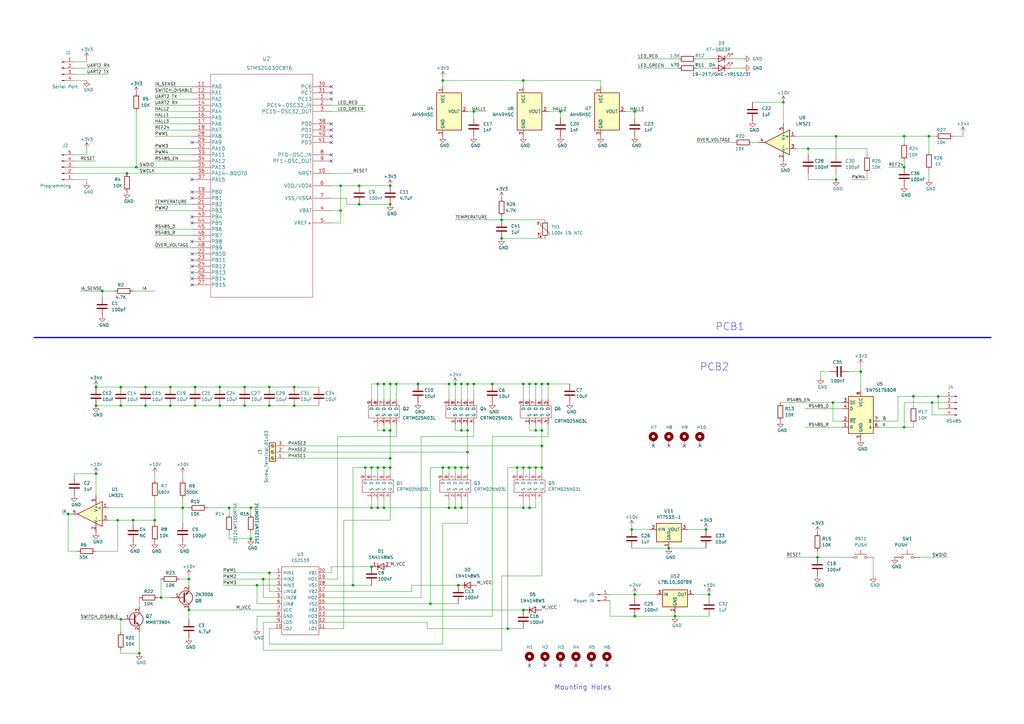
<source format=kicad_sch>
(kicad_sch (version 20230121) (generator eeschema)
  (paper "A3")
  (junction (at 214.63 250.19))
  (junction (at 160.02 191.77))
  (junction (at 59.69 158.75))
  (junction (at 212.09 191.77))
  (junction (at 335.28 228.6))
  (junction (at 49.53 158.75))
  (junction (at 189.23 176.53))
  (junction (at 154.94 191.77))
  (junction (at 229.87 45.72))
  (junction (at 55.88 68.58))
  (junction (at 276.86 252.73))
  (junction (at 189.23 208.28))
  (junction (at 382.27 165.1))
  (junction (at 102.87 208.28))
  (junction (at 160.02 187.96))
  (junction (at 289.56 217.17))
  (junction (at 110.49 166.37))
  (junction (at 370.84 175.26))
  (junction (at 69.85 166.37))
  (junction (at 201.93 157.48))
  (junction (at 147.32 76.2))
  (junction (at 222.25 191.77))
  (junction (at 341.63 165.1))
  (junction (at 139.7 86.36))
  (junction (at 222.25 157.48))
  (junction (at 224.79 157.48))
  (junction (at 52.07 71.12))
  (junction (at 222.25 182.88))
  (junction (at 49.53 254))
  (junction (at 162.56 157.48))
  (junction (at 214.63 157.48))
  (junction (at 370.84 55.88))
  (junction (at 102.87 220.98))
  (junction (at 152.4 232.41))
  (junction (at 217.17 191.77))
  (junction (at 191.77 157.48))
  (junction (at 260.35 252.73))
  (junction (at 49.53 166.37))
  (junction (at 54.61 213.36))
  (junction (at 157.48 208.28))
  (junction (at 181.61 191.77))
  (junction (at 157.48 157.48))
  (junction (at 191.77 185.42))
  (junction (at 342.9 73.66))
  (junction (at 105.41 240.03))
  (junction (at 139.7 76.2))
  (junction (at 374.65 162.56))
  (junction (at 160.02 76.2))
  (junction (at 321.31 41.91))
  (junction (at 152.4 191.77))
  (junction (at 205.74 97.79))
  (junction (at 184.15 208.28))
  (junction (at 189.23 191.77))
  (junction (at 194.31 157.48))
  (junction (at 222.25 176.53))
  (junction (at 77.47 237.49))
  (junction (at 219.71 157.48))
  (junction (at 260.35 243.84))
  (junction (at 184.15 191.77))
  (junction (at 39.37 166.37))
  (junction (at 189.23 157.48))
  (junction (at 39.37 194.31))
  (junction (at 77.47 250.19))
  (junction (at 41.91 119.38))
  (junction (at 80.01 166.37))
  (junction (at 144.78 240.03))
  (junction (at 160.02 83.82))
  (junction (at 384.81 162.56))
  (junction (at 342.9 55.88))
  (junction (at 160.02 157.48))
  (junction (at 152.4 208.28))
  (junction (at 187.96 240.03))
  (junction (at 181.61 33.02))
  (junction (at 331.47 60.96))
  (junction (at 80.01 158.75))
  (junction (at 154.94 157.48))
  (junction (at 63.5 213.36))
  (junction (at 69.85 158.75))
  (junction (at 149.86 191.77))
  (junction (at 194.31 45.72))
  (junction (at 120.65 166.37))
  (junction (at 186.69 208.28))
  (junction (at 57.15 267.97))
  (junction (at 120.65 158.75))
  (junction (at 184.15 157.48))
  (junction (at 214.63 191.77))
  (junction (at 59.69 166.37))
  (junction (at 381 55.88))
  (junction (at 157.48 176.53))
  (junction (at 160.02 176.53))
  (junction (at 205.74 90.17))
  (junction (at 110.49 234.95))
  (junction (at 217.17 157.48))
  (junction (at 191.77 176.53))
  (junction (at 147.32 83.82))
  (junction (at 191.77 191.77))
  (junction (at 214.63 33.02))
  (junction (at 157.48 191.77))
  (junction (at 219.71 191.77))
  (junction (at 208.28 257.81))
  (junction (at 154.94 208.28))
  (junction (at 186.69 157.48))
  (junction (at 290.83 243.84))
  (junction (at 370.84 68.58))
  (junction (at 353.06 152.4))
  (junction (at 110.49 158.75))
  (junction (at 219.71 176.53))
  (junction (at 274.32 224.79))
  (junction (at 100.33 158.75))
  (junction (at 66.04 245.11))
  (junction (at 90.17 158.75))
  (junction (at 186.69 191.77))
  (junction (at 217.17 208.28))
  (junction (at 39.37 158.75))
  (junction (at 176.53 247.65))
  (junction (at 100.33 166.37))
  (junction (at 48.26 213.36))
  (junction (at 214.63 208.28))
  (junction (at 259.08 217.17))
  (junction (at 260.35 45.72))
  (junction (at 74.93 208.28))
  (junction (at 27.94 210.82))
  (junction (at 171.45 157.48))
  (junction (at 90.17 166.37))
  (junction (at 93.98 208.28))
  (junction (at 107.95 237.49))
  (no_connect (at 78.74 58.42))
  (no_connect (at 217.17 273.05))
  (no_connect (at 78.74 109.22))
  (no_connect (at 248.92 273.05))
  (no_connect (at 135.89 55.88))
  (no_connect (at 135.89 38.1))
  (no_connect (at 78.74 91.44))
  (no_connect (at 274.32 182.88))
  (no_connect (at 135.89 66.04))
  (no_connect (at 78.74 106.68))
  (no_connect (at 135.89 40.64))
  (no_connect (at 236.22 273.05))
  (no_connect (at 135.89 58.42))
  (no_connect (at 135.89 53.34))
  (no_connect (at 280.67 182.88))
  (no_connect (at 78.74 99.06))
  (no_connect (at 267.97 182.88))
  (no_connect (at 78.74 111.76))
  (no_connect (at 287.02 182.88))
  (no_connect (at 78.74 114.3))
  (no_connect (at 78.74 73.66))
  (no_connect (at 229.87 273.05))
  (no_connect (at 78.74 78.74))
  (no_connect (at 78.74 88.9))
  (no_connect (at 135.89 50.8))
  (no_connect (at 78.74 81.28))
  (no_connect (at 135.89 35.56))
  (no_connect (at 223.52 273.05))
  (no_connect (at 78.74 116.84))
  (no_connect (at 135.89 63.5))
  (no_connect (at 78.74 104.14))
  (no_connect (at 242.57 273.05))
  (wire (pts (xy 69.85 166.37) (xy 80.01 166.37)))
  (wire (pts (xy 374.65 173.99) (xy 374.65 175.26)))
  (wire (pts (xy 191.77 45.72) (xy 194.31 45.72)))
  (wire (pts (xy 394.97 55.88) (xy 391.16 55.88)))
  (wire (pts (xy 154.94 157.48) (xy 154.94 163.83)))
  (wire (pts (xy 320.04 165.1) (xy 341.63 165.1)))
  (wire (pts (xy 331.47 60.96) (xy 355.6 60.96)))
  (wire (pts (xy 285.75 58.42) (xy 300.99 58.42)))
  (wire (pts (xy 299.72 24.13) (xy 304.8 24.13)))
  (wire (pts (xy 30.48 68.58) (xy 55.88 68.58)))
  (wire (pts (xy 90.17 158.75) (xy 100.33 158.75)))
  (wire (pts (xy 349.25 73.66) (xy 355.6 73.66)))
  (wire (pts (xy 160.02 176.53) (xy 160.02 187.96)))
  (wire (pts (xy 186.69 204.47) (xy 186.69 208.28)))
  (wire (pts (xy 260.35 45.72) (xy 264.16 45.72)))
  (wire (pts (xy 191.77 157.48) (xy 194.31 157.48)))
  (wire (pts (xy 160.02 157.48) (xy 162.56 157.48)))
  (wire (pts (xy 80.01 158.75) (xy 90.17 158.75)))
  (wire (pts (xy 135.89 43.18) (xy 149.86 43.18)))
  (wire (pts (xy 74.93 204.47) (xy 74.93 208.28)))
  (wire (pts (xy 217.17 208.28) (xy 219.71 208.28)))
  (wire (pts (xy 154.94 204.47) (xy 154.94 208.28)))
  (wire (pts (xy 336.55 152.4) (xy 336.55 154.94)))
  (wire (pts (xy 186.69 191.77) (xy 189.23 191.77)))
  (wire (pts (xy 59.69 158.75) (xy 69.85 158.75)))
  (wire (pts (xy 335.28 228.6) (xy 347.98 228.6)))
  (wire (pts (xy 107.95 266.7) (xy 107.95 255.27)))
  (wire (pts (xy 342.9 73.66) (xy 342.9 71.12)))
  (wire (pts (xy 33.02 254) (xy 49.53 254)))
  (wire (pts (xy 133.35 242.57) (xy 168.91 242.57)))
  (wire (pts (xy 74.93 208.28) (xy 74.93 214.63)))
  (wire (pts (xy 205.74 266.7) (xy 107.95 266.7)))
  (wire (pts (xy 138.43 237.49) (xy 133.35 237.49)))
  (wire (pts (xy 222.25 157.48) (xy 224.79 157.48)))
  (wire (pts (xy 194.31 157.48) (xy 201.93 157.48)))
  (wire (pts (xy 110.49 166.37) (xy 120.65 166.37)))
  (wire (pts (xy 360.68 175.26) (xy 370.84 175.26)))
  (wire (pts (xy 30.48 30.48) (xy 44.45 30.48)))
  (wire (pts (xy 107.95 255.27) (xy 113.03 255.27)))
  (wire (pts (xy 52.07 71.12) (xy 78.74 71.12)))
  (wire (pts (xy 30.48 63.5) (xy 35.56 63.5)))
  (wire (pts (xy 63.5 48.26) (xy 78.74 48.26)))
  (wire (pts (xy 260.35 243.84) (xy 260.35 245.11)))
  (wire (pts (xy 54.61 213.36) (xy 48.26 213.36)))
  (wire (pts (xy 93.98 208.28) (xy 102.87 208.28)))
  (wire (pts (xy 140.97 213.36) (xy 160.02 213.36)))
  (wire (pts (xy 189.23 173.99) (xy 189.23 176.53)))
  (wire (pts (xy 91.44 237.49) (xy 107.95 237.49)))
  (wire (pts (xy 91.44 240.03) (xy 105.41 240.03)))
  (wire (pts (xy 246.38 35.56) (xy 246.38 33.02)))
  (wire (pts (xy 63.5 43.18) (xy 78.74 43.18)))
  (wire (pts (xy 360.68 172.72) (xy 368.3 172.72)))
  (wire (pts (xy 184.15 204.47) (xy 184.15 208.28)))
  (wire (pts (xy 214.63 157.48) (xy 214.63 163.83)))
  (wire (pts (xy 229.87 45.72) (xy 229.87 48.26)))
  (wire (pts (xy 63.5 101.6) (xy 78.74 101.6)))
  (wire (pts (xy 184.15 157.48) (xy 184.15 163.83)))
  (wire (pts (xy 30.48 195.58) (xy 30.48 194.31)))
  (wire (pts (xy 256.54 45.72) (xy 260.35 45.72)))
  (wire (pts (xy 59.69 166.37) (xy 69.85 166.37)))
  (wire (pts (xy 181.61 194.31) (xy 181.61 191.77)))
  (wire (pts (xy 331.47 60.96) (xy 331.47 63.5)))
  (wire (pts (xy 189.23 208.28) (xy 214.63 208.28)))
  (wire (pts (xy 168.91 240.03) (xy 187.96 240.03)))
  (wire (pts (xy 186.69 157.48) (xy 189.23 157.48)))
  (wire (pts (xy 381 69.85) (xy 381 73.66)))
  (wire (pts (xy 345.44 165.1) (xy 341.63 165.1)))
  (wire (pts (xy 116.84 182.88) (xy 222.25 182.88)))
  (wire (pts (xy 285.75 24.13) (xy 292.1 24.13)))
  (wire (pts (xy 144.78 71.12) (xy 135.89 71.12)))
  (wire (pts (xy 276.86 252.73) (xy 290.83 252.73)))
  (wire (pts (xy 205.74 90.17) (xy 223.52 90.17)))
  (wire (pts (xy 133.35 255.27) (xy 175.26 255.27)))
  (wire (pts (xy 381 55.88) (xy 381 62.23)))
  (wire (pts (xy 54.61 213.36) (xy 54.61 214.63)))
  (wire (pts (xy 171.45 157.48) (xy 184.15 157.48)))
  (wire (pts (xy 299.72 27.94) (xy 304.8 27.94)))
  (wire (pts (xy 162.56 179.07) (xy 162.56 173.99)))
  (wire (pts (xy 152.4 191.77) (xy 152.4 194.31)))
  (wire (pts (xy 152.4 157.48) (xy 154.94 157.48)))
  (wire (pts (xy 100.33 158.75) (xy 110.49 158.75)))
  (wire (pts (xy 93.98 208.28) (xy 93.98 210.82)))
  (wire (pts (xy 133.35 257.81) (xy 140.97 257.81)))
  (wire (pts (xy 66.04 245.11) (xy 69.85 245.11)))
  (wire (pts (xy 374.65 162.56) (xy 374.65 166.37)))
  (wire (pts (xy 63.5 40.64) (xy 78.74 40.64)))
  (wire (pts (xy 154.94 191.77) (xy 154.94 194.31)))
  (wire (pts (xy 330.2 175.26) (xy 345.44 175.26)))
  (wire (pts (xy 382.27 165.1) (xy 387.35 165.1)))
  (wire (pts (xy 63.5 204.47) (xy 63.5 213.36)))
  (wire (pts (xy 194.31 179.07) (xy 194.31 173.99)))
  (wire (pts (xy 160.02 213.36) (xy 160.02 204.47)))
  (wire (pts (xy 331.47 71.12) (xy 331.47 73.66)))
  (wire (pts (xy 184.15 157.48) (xy 186.69 157.48)))
  (wire (pts (xy 160.02 191.77) (xy 160.02 194.31)))
  (wire (pts (xy 66.04 237.49) (xy 66.04 245.11)))
  (wire (pts (xy 353.06 152.4) (xy 353.06 160.02)))
  (wire (pts (xy 186.69 173.99) (xy 186.69 176.53)))
  (wire (pts (xy 135.89 86.36) (xy 139.7 86.36)))
  (wire (pts (xy 172.72 179.07) (xy 172.72 245.11)))
  (wire (pts (xy 30.48 25.4) (xy 35.56 25.4)))
  (wire (pts (xy 370.84 165.1) (xy 382.27 165.1)))
  (wire (pts (xy 168.91 242.57) (xy 168.91 240.03)))
  (wire (pts (xy 214.63 157.48) (xy 217.17 157.48)))
  (wire (pts (xy 41.91 119.38) (xy 41.91 121.92)))
  (wire (pts (xy 205.74 97.79) (xy 223.52 97.79)))
  (wire (pts (xy 30.48 33.02) (xy 35.56 33.02)))
  (wire (pts (xy 157.48 157.48) (xy 160.02 157.48)))
  (wire (pts (xy 39.37 158.75) (xy 49.53 158.75)))
  (wire (pts (xy 189.23 191.77) (xy 191.77 191.77)))
  (wire (pts (xy 110.49 264.16) (xy 181.61 264.16)))
  (wire (pts (xy 91.44 234.95) (xy 110.49 234.95)))
  (wire (pts (xy 224.79 157.48) (xy 224.79 163.83)))
  (wire (pts (xy 162.56 157.48) (xy 171.45 157.48)))
  (wire (pts (xy 259.08 215.9) (xy 259.08 217.17)))
  (wire (pts (xy 144.78 240.03) (xy 152.4 240.03)))
  (wire (pts (xy 217.17 157.48) (xy 217.17 163.83)))
  (wire (pts (xy 63.5 96.52) (xy 78.74 96.52)))
  (wire (pts (xy 133.35 240.03) (xy 144.78 240.03)))
  (wire (pts (xy 341.63 172.72) (xy 345.44 172.72)))
  (wire (pts (xy 189.23 157.48) (xy 189.23 163.83)))
  (wire (pts (xy 201.93 179.07) (xy 224.79 179.07)))
  (wire (pts (xy 353.06 149.86) (xy 353.06 152.4)))
  (wire (pts (xy 100.33 166.37) (xy 110.49 166.37)))
  (wire (pts (xy 160.02 163.83) (xy 160.02 157.48)))
  (wire (pts (xy 144.78 191.77) (xy 144.78 240.03)))
  (wire (pts (xy 63.5 66.04) (xy 78.74 66.04)))
  (wire (pts (xy 55.88 45.72) (xy 55.88 68.58)))
  (wire (pts (xy 63.5 55.88) (xy 78.74 55.88)))
  (wire (pts (xy 326.39 55.88) (xy 342.9 55.88)))
  (wire (pts (xy 77.47 250.19) (xy 113.03 250.19)))
  (wire (pts (xy 74.93 208.28) (xy 77.47 208.28)))
  (wire (pts (xy 77.47 236.22) (xy 77.47 237.49)))
  (wire (pts (xy 335.28 226.06) (xy 335.28 228.6)))
  (wire (pts (xy 269.24 243.84) (xy 260.35 243.84)))
  (wire (pts (xy 370.84 175.26) (xy 370.84 165.1)))
  (wire (pts (xy 229.87 45.72) (xy 232.41 45.72)))
  (wire (pts (xy 259.08 217.17) (xy 266.7 217.17)))
  (wire (pts (xy 222.25 191.77) (xy 222.25 194.31)))
  (wire (pts (xy 205.74 88.9) (xy 205.74 90.17)))
  (wire (pts (xy 342.9 63.5) (xy 342.9 55.88)))
  (wire (pts (xy 191.77 185.42) (xy 191.77 191.77)))
  (wire (pts (xy 69.85 158.75) (xy 80.01 158.75)))
  (wire (pts (xy 35.56 73.66) (xy 35.56 74.93)))
  (wire (pts (xy 27.94 226.06) (xy 27.94 210.82)))
  (wire (pts (xy 157.48 157.48) (xy 157.48 163.83)))
  (wire (pts (xy 250.19 243.84) (xy 260.35 243.84)))
  (wire (pts (xy 368.3 162.56) (xy 374.65 162.56)))
  (wire (pts (xy 152.4 208.28) (xy 154.94 208.28)))
  (wire (pts (xy 214.63 208.28) (xy 217.17 208.28)))
  (wire (pts (xy 381 55.88) (xy 383.54 55.88)))
  (wire (pts (xy 142.24 83.82) (xy 147.32 83.82)))
  (wire (pts (xy 44.45 208.28) (xy 74.93 208.28)))
  (wire (pts (xy 107.95 245.11) (xy 107.95 237.49)))
  (wire (pts (xy 347.98 152.4) (xy 353.06 152.4)))
  (wire (pts (xy 194.31 157.48) (xy 194.31 163.83)))
  (wire (pts (xy 217.17 176.53) (xy 219.71 176.53)))
  (wire (pts (xy 57.15 259.08) (xy 57.15 267.97)))
  (wire (pts (xy 191.77 157.48) (xy 191.77 163.83)))
  (wire (pts (xy 138.43 237.49) (xy 138.43 179.07)))
  (wire (pts (xy 186.69 208.28) (xy 189.23 208.28)))
  (wire (pts (xy 107.95 237.49) (xy 113.03 237.49)))
  (wire (pts (xy 152.4 191.77) (xy 154.94 191.77)))
  (wire (pts (xy 217.17 173.99) (xy 217.17 176.53)))
  (wire (pts (xy 135.89 81.28) (xy 142.24 81.28)))
  (wire (pts (xy 116.84 187.96) (xy 160.02 187.96)))
  (wire (pts (xy 387.35 167.64) (xy 384.81 167.64)))
  (wire (pts (xy 63.5 93.98) (xy 78.74 93.98)))
  (wire (pts (xy 30.48 66.04) (xy 39.37 66.04)))
  (wire (pts (xy 186.69 191.77) (xy 186.69 194.31)))
  (wire (pts (xy 326.39 60.96) (xy 331.47 60.96)))
  (wire (pts (xy 191.77 176.53) (xy 191.77 173.99)))
  (wire (pts (xy 57.15 245.11) (xy 57.15 248.92)))
  (wire (pts (xy 110.49 158.75) (xy 120.65 158.75)))
  (wire (pts (xy 290.83 243.84) (xy 290.83 245.11)))
  (wire (pts (xy 135.89 45.72) (xy 149.86 45.72)))
  (wire (pts (xy 139.7 76.2) (xy 147.32 76.2)))
  (wire (pts (xy 46.99 119.38) (xy 41.91 119.38)))
  (wire (pts (xy 55.88 68.58) (xy 78.74 68.58)))
  (wire (pts (xy 54.61 119.38) (xy 63.5 119.38)))
  (wire (pts (xy 31.75 226.06) (xy 27.94 226.06)))
  (wire (pts (xy 222.25 182.88) (xy 222.25 176.53)))
  (wire (pts (xy 63.5 213.36) (xy 63.5 214.63)))
  (wire (pts (xy 160.02 173.99) (xy 160.02 176.53)))
  (wire (pts (xy 181.61 191.77) (xy 184.15 191.77)))
  (wire (pts (xy 63.5 86.36) (xy 78.74 86.36)))
  (wire (pts (xy 181.61 214.63) (xy 191.77 214.63)))
  (wire (pts (xy 194.31 45.72) (xy 194.31 48.26)))
  (wire (pts (xy 77.47 237.49) (xy 77.47 240.03)))
  (wire (pts (xy 154.94 191.77) (xy 157.48 191.77)))
  (wire (pts (xy 154.94 157.48) (xy 157.48 157.48)))
  (wire (pts (xy 181.61 264.16) (xy 181.61 214.63)))
  (wire (pts (xy 358.14 228.6) (xy 358.14 236.22)))
  (wire (pts (xy 219.71 191.77) (xy 219.71 194.31)))
  (wire (pts (xy 57.15 267.97) (xy 49.53 267.97)))
  (wire (pts (xy 222.25 163.83) (xy 222.25 157.48)))
  (wire (pts (xy 30.48 71.12) (xy 52.07 71.12)))
  (wire (pts (xy 219.71 157.48) (xy 222.25 157.48)))
  (wire (pts (xy 222.25 182.88) (xy 222.25 191.77)))
  (wire (pts (xy 154.94 208.28) (xy 157.48 208.28)))
  (wire (pts (xy 189.23 176.53) (xy 191.77 176.53)))
  (wire (pts (xy 63.5 63.5) (xy 78.74 63.5)))
  (wire (pts (xy 157.48 204.47) (xy 157.48 208.28)))
  (wire (pts (xy 105.41 252.73) (xy 105.41 257.81)))
  (wire (pts (xy 222.25 204.47) (xy 222.25 236.22)))
  (wire (pts (xy 374.65 162.56) (xy 384.81 162.56)))
  (wire (pts (xy 176.53 247.65) (xy 176.53 191.77)))
  (wire (pts (xy 274.32 224.79) (xy 289.56 224.79)))
  (wire (pts (xy 102.87 220.98) (xy 102.87 218.44)))
  (wire (pts (xy 184.15 208.28) (xy 186.69 208.28)))
  (wire (pts (xy 157.48 208.28) (xy 184.15 208.28)))
  (wire (pts (xy 102.87 208.28) (xy 102.87 210.82)))
  (wire (pts (xy 370.84 175.26) (xy 374.65 175.26)))
  (wire (pts (xy 63.5 38.1) (xy 78.74 38.1)))
  (wire (pts (xy 39.37 194.31) (xy 39.37 203.2)))
  (wire (pts (xy 217.17 191.77) (xy 219.71 191.77)))
  (wire (pts (xy 133.35 247.65) (xy 176.53 247.65)))
  (wire (pts (xy 340.36 152.4) (xy 336.55 152.4)))
  (wire (pts (xy 135.89 76.2) (xy 139.7 76.2)))
  (wire (pts (xy 105.41 247.65) (xy 105.41 240.03)))
  (wire (pts (xy 80.01 166.37) (xy 90.17 166.37)))
  (wire (pts (xy 322.58 228.6) (xy 335.28 228.6)))
  (wire (pts (xy 186.69 90.17) (xy 205.74 90.17)))
  (wire (pts (xy 355.6 60.96) (xy 355.6 63.5)))
  (wire (pts (xy 105.41 240.03) (xy 113.03 240.03)))
  (wire (pts (xy 368.3 172.72) (xy 368.3 162.56)))
  (wire (pts (xy 331.47 73.66) (xy 342.9 73.66)))
  (wire (pts (xy 152.4 163.83) (xy 152.4 157.48)))
  (wire (pts (xy 201.93 157.48) (xy 214.63 157.48)))
  (wire (pts (xy 30.48 194.31) (xy 39.37 194.31)))
  (wire (pts (xy 160.02 83.82) (xy 147.32 83.82)))
  (wire (pts (xy 63.5 83.82) (xy 78.74 83.82)))
  (wire (pts (xy 214.63 204.47) (xy 214.63 208.28)))
  (wire (pts (xy 224.79 179.07) (xy 224.79 173.99)))
  (wire (pts (xy 284.48 243.84) (xy 290.83 243.84)))
  (wire (pts (xy 214.63 35.56) (xy 214.63 33.02)))
  (wire (pts (xy 189.23 191.77) (xy 189.23 194.31)))
  (wire (pts (xy 246.38 33.02) (xy 214.63 33.02)))
  (wire (pts (xy 189.23 157.48) (xy 191.77 157.48)))
  (wire (pts (xy 35.56 63.5) (xy 35.56 60.96)))
  (wire (pts (xy 214.63 191.77) (xy 217.17 191.77)))
  (wire (pts (xy 140.97 257.81) (xy 140.97 213.36)))
  (wire (pts (xy 110.49 234.95) (xy 113.03 234.95)))
  (wire (pts (xy 219.71 208.28) (xy 219.71 204.47)))
  (wire (pts (xy 176.53 247.65) (xy 187.96 247.65)))
  (wire (pts (xy 25.4 210.82) (xy 27.94 210.82)))
  (wire (pts (xy 341.63 165.1) (xy 341.63 172.72)))
  (wire (pts (xy 147.32 76.2) (xy 160.02 76.2)))
  (wire (pts (xy 110.49 264.16) (xy 110.49 257.81)))
  (wire (pts (xy 194.31 45.72) (xy 199.39 45.72)))
  (wire (pts (xy 30.48 27.94) (xy 44.45 27.94)))
  (wire (pts (xy 63.5 45.72) (xy 78.74 45.72)))
  (wire (pts (xy 201.93 252.73) (xy 133.35 252.73)))
  (wire (pts (xy 73.66 237.49) (xy 77.47 237.49)))
  (wire (pts (xy 113.03 245.11) (xy 107.95 245.11)))
  (wire (pts (xy 48.26 213.36) (xy 48.26 226.06)))
  (wire (pts (xy 162.56 157.48) (xy 162.56 163.83)))
  (wire (pts (xy 63.5 50.8) (xy 78.74 50.8)))
  (wire (pts (xy 308.61 58.42) (xy 311.15 58.42)))
  (wire (pts (xy 308.61 41.91) (xy 321.31 41.91)))
  (wire (pts (xy 154.94 176.53) (xy 157.48 176.53)))
  (wire (pts (xy 138.43 179.07) (xy 162.56 179.07)))
  (wire (pts (xy 63.5 60.96) (xy 78.74 60.96)))
  (wire (pts (xy 217.17 157.48) (xy 219.71 157.48)))
  (wire (pts (xy 93.98 220.98) (xy 102.87 220.98)))
  (wire (pts (xy 113.03 252.73) (xy 105.41 252.73)))
  (wire (pts (xy 208.28 257.81) (xy 175.26 257.81)))
  (wire (pts (xy 377.19 228.6) (xy 388.62 228.6)))
  (wire (pts (xy 208.28 191.77) (xy 212.09 191.77)))
  (wire (pts (xy 49.53 267.97) (xy 49.53 266.7)))
  (wire (pts (xy 201.93 179.07) (xy 201.93 252.73)))
  (wire (pts (xy 342.9 55.88) (xy 370.84 55.88)))
  (wire (pts (xy 139.7 91.44) (xy 135.89 91.44)))
  (wire (pts (xy 49.53 166.37) (xy 59.69 166.37)))
  (wire (pts (xy 214.63 191.77) (xy 214.63 194.31)))
  (wire (pts (xy 217.17 204.47) (xy 217.17 208.28)))
  (wire (pts (xy 181.61 31.75) (xy 181.61 33.02)))
  (wire (pts (xy 250.19 246.38) (xy 250.19 252.73)))
  (wire (pts (xy 184.15 191.77) (xy 186.69 191.77)))
  (wire (pts (xy 355.6 71.12) (xy 355.6 73.66)))
  (wire (pts (xy 394.97 54.61) (xy 394.97 55.88)))
  (wire (pts (xy 222.25 176.53) (xy 222.25 173.99)))
  (wire (pts (xy 384.81 167.64) (xy 384.81 162.56)))
  (wire (pts (xy 63.5 53.34) (xy 78.74 53.34)))
  (wire (pts (xy 250.19 252.73) (xy 260.35 252.73)))
  (wire (pts (xy 39.37 166.37) (xy 49.53 166.37)))
  (wire (pts (xy 63.5 35.56) (xy 78.74 35.56)))
  (wire (pts (xy 102.87 208.28) (xy 152.4 208.28)))
  (wire (pts (xy 30.48 73.66) (xy 35.56 73.66)))
  (wire (pts (xy 44.45 213.36) (xy 48.26 213.36)))
  (wire (pts (xy 276.86 251.46) (xy 276.86 252.73)))
  (wire (pts (xy 261.62 27.94) (xy 278.13 27.94)))
  (wire (pts (xy 74.93 194.31) (xy 74.93 196.85)))
  (wire (pts (xy 63.5 213.36) (xy 54.61 213.36)))
  (polyline (pts (xy 13.97 138.43) (xy 406.4 138.43)) (stroke (width 0.5)))
  (wire (pts (xy 175.26 257.81) (xy 175.26 255.27)))
  (wire (pts (xy 64.77 245.11) (xy 66.04 245.11)))
  (wire (pts (xy 35.56 25.4) (xy 35.56 24.13)))
  (wire (pts (xy 219.71 191.77) (xy 222.25 191.77)))
  (wire (pts (xy 370.84 55.88) (xy 381 55.88)))
  (wire (pts (xy 189.23 204.47) (xy 189.23 208.28)))
  (wire (pts (xy 110.49 257.81) (xy 113.03 257.81)))
  (wire (pts (xy 387.35 170.18) (xy 382.27 170.18)))
  (wire (pts (xy 184.15 191.77) (xy 184.15 194.31)))
  (wire (pts (xy 214.63 257.81) (xy 208.28 257.81)))
  (wire (pts (xy 157.48 191.77) (xy 160.02 191.77)))
  (wire (pts (xy 281.94 217.17) (xy 289.56 217.17)))
  (wire (pts (xy 149.86 191.77) (xy 152.4 191.77)))
  (wire (pts (xy 384.81 162.56) (xy 387.35 162.56)))
  (wire (pts (xy 176.53 191.77) (xy 181.61 191.77)))
  (wire (pts (xy 157.48 191.77) (xy 157.48 194.31)))
  (wire (pts (xy 370.84 55.88) (xy 370.84 58.42)))
  (wire (pts (xy 154.94 173.99) (xy 154.94 176.53)))
  (wire (pts (xy 116.84 185.42) (xy 191.77 185.42)))
  (wire (pts (xy 191.77 191.77) (xy 191.77 194.31)))
  (wire (pts (xy 113.03 247.65) (xy 105.41 247.65)))
  (wire (pts (xy 27.94 210.82) (xy 29.21 210.82)))
  (wire (pts (xy 191.77 185.42) (xy 191.77 176.53)))
  (wire (pts (xy 212.09 194.31) (xy 212.09 191.77)))
  (wire (pts (xy 321.31 41.91) (xy 321.31 50.8)))
  (wire (pts (xy 224.79 157.48) (xy 233.68 157.48)))
  (wire (pts (xy 144.78 191.77) (xy 149.86 191.77)))
  (wire (pts (xy 110.49 242.57) (xy 110.49 234.95)))
  (wire (pts (xy 133.35 234.95) (xy 135.89 234.95)))
  (wire (pts (xy 135.89 232.41) (xy 152.4 232.41)))
  (wire (pts (xy 212.09 191.77) (xy 214.63 191.77)))
  (wire (pts (xy 63.5 194.31) (xy 63.5 196.85)))
  (wire (pts (xy 260.35 252.73) (xy 276.86 252.73)))
  (wire (pts (xy 186.69 157.48) (xy 186.69 163.83)))
  (wire (pts (xy 219.71 173.99) (xy 219.71 176.53)))
  (wire (pts (xy 120.65 166.37) (xy 130.81 166.37)))
  (wire (pts (xy 205.74 236.22) (xy 205.74 266.7)))
  (wire (pts (xy 208.28 257.81) (xy 208.28 191.77)))
  (wire (pts (xy 219.71 176.53) (xy 222.25 176.53)))
  (wire (pts (xy 160.02 187.96) (xy 160.02 191.77)))
  (wire (pts (xy 157.48 173.99) (xy 157.48 176.53)))
  (wire (pts (xy 285.75 27.94) (xy 292.1 27.94)))
  (wire (pts (xy 157.48 176.53) (xy 160.02 176.53)))
  (wire (pts (xy 219.71 157.48) (xy 219.71 163.83)))
  (wire (pts (xy 194.31 179.07) (xy 172.72 179.07)))
  (wire (pts (xy 139.7 86.36) (xy 139.7 91.44)))
  (wire (pts (xy 217.17 191.77) (xy 217.17 194.31)))
  (wire (pts (xy 370.84 66.04) (xy 370.84 68.58)))
  (wire (pts (xy 77.47 250.19) (xy 77.47 254)))
  (wire (pts (xy 214.63 33.02) (xy 181.61 33.02)))
  (wire (pts (xy 149.86 194.31) (xy 149.86 191.77)))
  (wire (pts (xy 382.27 170.18) (xy 382.27 165.1)))
  (wire (pts (xy 191.77 214.63) (xy 191.77 204.47)))
  (wire (pts (xy 181.61 33.02) (xy 181.61 35.56)))
  (wire (pts (xy 224.79 45.72) (xy 229.87 45.72)))
  (wire (pts (xy 90.17 166.37) (xy 100.33 166.37)))
  (wire (pts (xy 260.35 45.72) (xy 260.35 48.26)))
  (wire (pts (xy 172.72 245.11) (xy 133.35 245.11)))
  (wire (pts (xy 259.08 224.79) (xy 274.32 224.79)))
  (wire (pts (xy 364.49 68.58) (xy 370.84 68.58)))
  (wire (pts (xy 120.65 158.75) (xy 130.81 158.75)))
  (wire (pts (xy 139.7 76.2) (xy 139.7 86.36)))
  (wire (pts (xy 113.03 242.57) (xy 110.49 242.57)))
  (wire (pts (xy 33.02 119.38) (xy 41.91 119.38)))
  (wire (pts (xy 133.35 250.19) (xy 214.63 250.19)))
  (wire (pts (xy 135.89 234.95) (xy 135.89 232.41)))
  (wire (pts (xy 85.09 208.28) (xy 93.98 208.28)))
  (wire (pts (xy 93.98 218.44) (xy 93.98 220.98)))
  (wire (pts (xy 222.25 236.22) (xy 205.74 236.22)))
  (wire (pts (xy 49.53 254) (xy 49.53 259.08)))
  (wire (pts (xy 142.24 81.28) (xy 142.24 83.82)))
  (wire (pts (xy 186.69 176.53) (xy 189.23 176.53)))
  (wire (pts (xy 49.53 158.75) (xy 59.69 158.75)))
  (wire (pts (xy 48.26 226.06) (xy 39.37 226.06)))
  (wire (pts (xy 261.62 24.13) (xy 278.13 24.13)))
  (wire (pts (xy 330.2 167.64) (xy 345.44 167.64)))
  (wire (pts (xy 152.4 204.47) (xy 152.4 208.28)))
  (text "PCB1" (at 293.37 135.89 0) (effects (font (size 3 3)) (justify left bottom)))
  (text "Mounting Holes" (at 227.33 283.21 0) (effects (font (size 2 2)) (justify left bottom)))
  (text "PCB2\n" (at 287.02 152.4 0) (effects (font (size 3 3)) (justify left bottom)))
  (label "RESET" (at 33.02 66.04 0))
  (label "PHASE1" (at 118.11 187.96 0))
  (label "IA" (at 58.42 119.38 0))
  (label "SWCLK" (at 57.15 71.12 0))
  (label "RS485_R" (at 63.5 96.52 0))
  (label "HALL2" (at 232.41 45.72 180))
  (label "PWM1" (at 63.5 55.88 0))
  (label "LED_RED" (at 138.43 43.18 0))
  (label "REF24" (at 364.49 68.58 0))
  (label "RESET" (at 144.78 71.12 0))
  (label "RS485_R" (at 331.47 175.26 0))
  (label "PWM1" (at 91.44 234.95 0))
  (label "RS485_EN" (at 322.58 165.1 0))
  (label "UART2 RX" (at 63.5 43.18 0))
  (label "SWITCH_DISABLE" (at 63.5 38.1 0))
  (label "PWM2" (at 91.44 237.49 0))
  (label "M_VCC" (at 222.25 250.19 0))
  (label "PHASE3" (at 118.11 182.88 0))
  (label "PWM4" (at 349.25 73.66 0))
  (label "REF24" (at 63.5 53.34 0))
  (label "UART2 RX" (at 35.56 27.94 0))
  (label "IA_SENSE" (at 63.5 35.56 0))
  (label "B" (at 361.95 172.72 0))
  (label "RS485_EN" (at 63.5 66.04 0))
  (label "M_VCC" (at 160.02 232.41 0))
  (label "HALL3" (at 63.5 50.8 0))
  (label "HALL1" (at 63.5 48.26 0))
  (label "RESET" (at 322.58 228.6 0))
  (label "LED_GREEN" (at 138.43 45.72 0))
  (label "IA_SENSE" (at 33.02 119.38 0))
  (label "SWDIO" (at 382.27 228.6 0))
  (label "TEMPERATURE" (at 63.5 83.82 0))
  (label "OVER_VOLTAGE" (at 285.75 58.42 0))
  (label "RS485_D" (at 331.47 167.64 0))
  (label "LED_RED" (at 261.62 24.13 0))
  (label "LED_GREEN" (at 261.62 27.94 0))
  (label "RS485_D" (at 63.5 93.98 0))
  (label "PHASE2" (at 118.11 185.42 0))
  (label "UART2 TX" (at 63.5 40.64 0))
  (label "SWDIO" (at 57.15 68.58 0))
  (label "SWITCH_DISABLE" (at 33.02 254 0))
  (label "OVER_VOLTAGE" (at 63.5 101.6 0))
  (label "PWM4" (at 63.5 63.5 0))
  (label "IA" (at 25.4 210.82 0))
  (label "UART2 TX" (at 35.56 30.48 0))
  (label "TEMPERATURE" (at 186.69 90.17 0))
  (label "A" (at 361.95 175.26 0))
  (label "HALL2" (at 63.5 45.72 0))
  (label "HALL3" (at 264.16 45.72 180))
  (label "PWM3" (at 91.44 240.03 0))
  (label "M_VCC" (at 96.8002 250.19 0))
  (label "M_VCC" (at 195.58 240.03 0))
  (label "PWM3" (at 63.5 60.96 0))
  (label "HALL1" (at 199.39 45.72 180))
  (label "PWM2" (at 63.5 86.36 0))
  (symbol (lib_id "Switch:SW_Push") (at 372.11 228.6 0) (unit 1)
    (property "Reference" "SW1" (at 372.11 220.98 0))
    (property "Value" "PUSH" (at 369.57 223.52 0))
    (property "Footprint" "Button_Switch_SMD:SW_SPST_EVQPE1" (effects hide))
    (property "LCSC" "C720477" (effects hide))
  )
  (symbol (lib_id "power:GND") (at 233.68 165.1 0) (unit 1)
    (property "Reference" "#PWR041" (effects hide))
    (property "Value" "GND" (at 232.41 168.91 0) (effects (justify left)))
  )
  (symbol (lib_id "Connector:Conn_01x04_Male") (at 392.43 165.1 0) (mirror y) (unit 1)
    (property "Reference" "J4" (at 389.89 158.75 0))
    (property "Value" "RS485" (at 391.16 172.72 0))
    (property "Footprint" "Connector_PinHeader_2.54mm:PinHeader_1x04_P2.54mm_Vertical" (effects hide))
  )
  (symbol (lib_id "power:GND") (at 205.74 97.79 0) (unit 1)
    (property "Reference" "#PWR071" (effects hide))
    (property "Value" "GND" (at 204.47 101.6 0) (effects (justify left)))
  )
  (symbol (lib_id "power:GND") (at 105.41 257.81 0) (unit 1)
    (property "Reference" "#PWR014" (effects hide))
    (property "Value" "GND" (at 104.14 261.62 0) (effects (justify left)))
  )
  (symbol (lib_id "power:+3.3V") (at 181.61 31.75 0) (unit 1)
    (property "Reference" "#PWR028" (effects hide))
    (property "Value" "+3.3V" (at 181.61 27.94 0))
  )
  (symbol (lib_id "Device:R") (at 69.85 237.49 90) (unit 1)
    (property "Reference" "R23" (at 69.85 234.95 90))
    (property "Value" "10K" (at 69.85 240.03 90))
    (property "Footprint" "Resistor_SMD:R_0402_1005Metric" (effects hide))
  )
  (symbol (lib_id "power:+3.3V") (at 353.06 149.86 0) (unit 1)
    (property "Reference" "#PWR033" (effects hide))
    (property "Value" "+3.3V" (at 353.06 146.05 0))
  )
  (symbol (lib_id "power:GND") (at 260.35 55.88 0) (unit 1)
    (property "Reference" "#PWR0105" (effects hide))
    (property "Value" "GND" (at 259.08 59.69 0) (effects (justify left)))
  )
  (symbol (lib_id "Device:C") (at 335.28 232.41 0) (unit 1)
    (property "Reference" "C18" (at 339.09 231.1399 0) (effects (justify left)))
    (property "Value" "100nF" (at 339.09 233.6799 0) (effects (justify left)))
    (property "Footprint" "Capacitor_SMD:C_0402_1005Metric" (effects hide))
  )
  (symbol (lib_id "Mechanical:MountingHole_Pad") (at 217.17 270.51 0) (unit 1)
    (property "Reference" "H1" (at 215.9 265.43 0) (effects (justify left)))
    (property "Value" "MountingHole_Pad" (effects hide))
    (property "Footprint" "MountingHole:MountingHole_2.7mm" (effects hide))
  )
  (symbol (lib_id "Mechanical:MountingHole_Pad") (at 223.52 270.51 0) (unit 1)
    (property "Reference" "H2" (at 222.25 265.43 0) (effects (justify left)))
    (property "Value" "MountingHole_Pad" (effects hide))
    (property "Footprint" "MountingHole:MountingHole_2.7mm" (effects hide))
  )
  (symbol (lib_id "Device:R") (at 81.28 208.28 270) (unit 1)
    (property "Reference" "R10" (at 80.01 205.74 90))
    (property "Value" "10K" (at 80.01 210.82 90))
    (property "Footprint" "Resistor_SMD:R_0402_1005Metric" (effects hide))
  )
  (symbol (lib_id "servo_motor:CRTM025N03L") (at 186.69 199.39 90) (unit 1)
    (property "Reference" "Q3" (at 194.31 198.1199 90) (effects (justify right)))
    (property "Value" "CRTM025N03L" (at 194.31 200.6599 90) (effects (justify right)))
    (property "Footprint" "servo_motor:CRTM025N03L" (effects hide))
  )
  (symbol (lib_id "Mechanical:MountingHole_Pad") (at 267.97 180.34 0) (unit 1)
    (property "Reference" "H7" (at 266.7 175.26 0) (effects (justify left)))
    (property "Value" "MountingHole_Pad" (effects hide))
    (property "Footprint" "servo_motor:TestPoint 4x2" (effects hide))
  )
  (symbol (lib_id "power:+3.3V") (at 289.56 217.17 0) (unit 1)
    (property "Reference" "#PWR060" (effects hide))
    (property "Value" "+3.3V" (at 289.56 213.36 0))
  )
  (symbol (lib_id "power:+10V") (at 39.37 194.31 0) (unit 1)
    (property "Reference" "#PWR011" (effects hide))
    (property "Value" "+10V" (at 39.37 190.5 0))
  )
  (symbol (lib_id "Device:C") (at 187.96 243.84 0) (unit 1)
    (property "Reference" "C13" (at 190.5 242.57 0) (effects (justify left)))
    (property "Value" "100nF" (at 190.5 245.11 0) (effects (justify left)))
    (property "Footprint" "Capacitor_SMD:C_0402_1005Metric" (effects hide))
  )
  (symbol (lib_id "Sensor_Magnetic:A1101ELHL") (at 248.92 45.72 0) (unit 1)
    (property "Reference" "U7" (at 242.57 44.4499 0) (effects (justify right)))
    (property "Value" "AH49HSC" (at 242.57 46.9899 0) (effects (justify right)))
    (property "Footprint" "servo_motor:hall_sensor_3_copy" (effects hide))
  )
  (symbol (lib_id "Mechanical:MountingHole_Pad") (at 248.92 270.51 0) (unit 1)
    (property "Reference" "H6" (at 247.65 265.43 0) (effects (justify left)))
    (property "Value" "MountingHole_Pad" (effects hide))
    (property "Footprint" "MountingHole:MountingHole_2.1mm" (effects hide))
  )
  (symbol (lib_id "power:GND") (at 194.31 55.88 0) (unit 1)
    (property "Reference" "#PWR0110" (effects hide))
    (property "Value" "GND" (at 193.04 59.69 0) (effects (justify left)))
  )
  (symbol (lib_id "power:GND") (at 181.61 55.88 0) (unit 1)
    (property "Reference" "#PWR0108" (effects hide))
    (property "Value" "GND" (at 180.34 59.69 0) (effects (justify left)))
  )
  (symbol (lib_id "power:GND") (at 304.8 24.13 90) (unit 1)
    (property "Reference" "#PWR030" (effects hide))
    (property "Value" "GND" (at 308.61 24.1299 90) (effects (justify right)))
  )
  (symbol (lib_id "power:GND") (at 160.02 83.82 0) (unit 1)
    (property "Reference" "#PWR026" (effects hide))
    (property "Value" "GND" (at 158.75 87.63 0) (effects (justify left)))
  )
  (symbol (lib_id "Diode:1N4148WS") (at 218.44 250.19 0) (unit 1)
    (property "Reference" "D5" (at 218.44 243.84 0))
    (property "Value" "1N4148WS" (at 218.44 246.38 0))
    (property "Footprint" "Diode_SMD:D_SOD-323" (effects hide))
    (property "Datasheet" "https://www.vishay.com/docs/85751/1n4148ws.pdf" (effects hide))
  )
  (symbol (lib_id "power:GND") (at 57.15 267.97 0) (unit 1)
    (property "Reference" "#PWR013" (effects hide))
    (property "Value" "GND" (at 55.88 271.78 0) (effects (justify left)))
  )
  (symbol (lib_id "power:GND") (at 41.91 129.54 0) (unit 1)
    (property "Reference" "#PWR01" (effects hide))
    (property "Value" "GND" (at 40.64 133.35 0) (effects (justify left)))
  )
  (symbol (lib_id "Sensor_Magnetic:A1101ELHL") (at 184.15 45.72 0) (unit 1)
    (property "Reference" "U4" (at 177.8 44.4499 0) (effects (justify right)))
    (property "Value" "AH49HSC" (at 177.8 46.9899 0) (effects (justify right)))
    (property "Footprint" "servo_motor:hall_sensor_3_copy" (effects hide))
  )
  (symbol (lib_id "Device:C") (at 100.33 162.56 0) (unit 1)
    (property "Reference" "C27" (at 102.87 161.29 0) (effects (justify left)))
    (property "Value" "10uF" (at 102.87 163.83 0) (effects (justify left)))
    (property "Footprint" "Capacitor_SMD:C_0805_2012Metric" (effects hide))
  )
  (symbol (lib_id "power:+3.3V") (at 335.28 218.44 0) (unit 1)
    (property "Reference" "#PWR035" (effects hide))
    (property "Value" "+3.3V" (at 335.28 214.63 0))
  )
  (symbol (lib_id "Device:R") (at 60.96 245.11 90) (unit 1)
    (property "Reference" "R22" (at 60.96 242.57 90))
    (property "Value" "10K" (at 60.96 247.65 90))
    (property "Footprint" "Resistor_SMD:R_0402_1005Metric" (effects hide))
  )
  (symbol (lib_id "power:GND") (at 276.86 252.73 0) (unit 1)
    (property "Reference" "#PWR055" (effects hide))
    (property "Value" "GND" (at 275.59 256.54 0) (effects (justify left)))
  )
  (symbol (lib_id "Device:C") (at 201.93 161.29 0) (unit 1)
    (property "Reference" "C6" (at 204.47 160.02 0) (effects (justify left)))
    (property "Value" "10uF" (at 204.47 162.56 0) (effects (justify left)))
    (property "Footprint" "Capacitor_SMD:C_0805_2012Metric" (effects hide))
  )
  (symbol (lib_id "Device:C") (at 74.93 218.44 0) (unit 1)
    (property "Reference" "C5" (at 78.74 217.1699 0) (effects (justify left)))
    (property "Value" "100pF" (at 78.74 219.7099 0) (effects (justify left)))
    (property "Footprint" "Capacitor_SMD:C_0603_1608Metric" (effects hide))
  )
  (symbol (lib_id "power:GND") (at 52.07 78.74 0) (unit 1)
    (property "Reference" "#PWR09" (effects hide))
    (property "Value" "GND" (at 50.8 82.55 0) (effects (justify left)))
  )
  (symbol (lib_name "1N4148WS_1") (lib_id "Diode:1N4148WS") (at 156.21 232.41 0) (unit 1)
    (property "Reference" "D1" (at 156.21 226.06 0))
    (property "Value" "1N4148WS" (at 156.21 228.6 0))
    (property "Footprint" "Diode_SMD:D_SOD-323" (effects hide))
    (property "Datasheet" "https://www.vishay.com/docs/85751/1n4148ws.pdf" (effects hide))
  )
  (symbol (lib_id "power:GND") (at 342.9 73.66 0) (unit 1)
    (property "Reference" "#PWR058" (effects hide))
    (property "Value" "GND" (at 341.63 77.47 0) (effects (justify left)))
  )
  (symbol (lib_id "servo_motor:CRTM025N03L") (at 154.94 199.39 90) (unit 1)
    (property "Reference" "Q1" (at 162.56 198.1199 90) (effects (justify right)))
    (property "Value" "CRTM025N03L" (at 162.56 200.6599 90) (effects (justify right)))
    (property "Footprint" "servo_motor:CRTM025N03L" (effects hide))
  )
  (symbol (lib_id "Mechanical:MountingHole_Pad") (at 287.02 180.34 0) (unit 1)
    (property "Reference" "H10" (at 285.75 175.26 0) (effects (justify left)))
    (property "Value" "MountingHole_Pad" (effects hide))
    (property "Footprint" "servo_motor:TestPoint 4x2" (effects hide))
  )
  (symbol (lib_id "Diode:1N4148WS") (at 191.77 240.03 0) (unit 1)
    (property "Reference" "D2" (at 191.77 233.68 0))
    (property "Value" "1N4148WS" (at 191.77 236.22 0))
    (property "Footprint" "Diode_SMD:D_SOD-323" (effects hide))
    (property "Datasheet" "https://www.vishay.com/docs/85751/1n4148ws.pdf" (effects hide))
  )
  (symbol (lib_id "power:GND") (at 308.61 49.53 0) (unit 1)
    (property "Reference" "#PWR044" (effects hide))
    (property "Value" "GND" (at 307.34 53.34 0) (effects (justify left)))
  )
  (symbol (lib_id "power:+24V") (at 260.35 243.84 0) (unit 1)
    (property "Reference" "#PWR047" (effects hide))
    (property "Value" "+24V" (at 260.35 240.03 0))
  )
  (symbol (lib_name "L78L10_SOT89_1") (lib_id "Regulator_Linear:L78L10_SOT89") (at 276.86 243.84 0) (unit 1)
    (property "Reference" "U12" (at 276.86 236.22 0))
    (property "Value" "L78L10_SOT89" (at 276.86 238.76 0))
    (property "Footprint" "Package_TO_SOT_SMD:SOT-89-3" (effects hide))
    (property "Datasheet" "http://www.st.com/content/ccc/resource/technical/document/datasheet/15/55/e5/aa/23/5b/43/fd/CD00000446.pdf/files/CD00000446.pdf/jcr:content/translations/en.CD00000446.pdf" (effects hide))
    (property "LCSC" "C122848" (effects hide))
  )
  (symbol (lib_id "Device:LED") (at 295.91 27.94 180) (unit 1)
    (property "Reference" "D4" (at 292.1 26.67 0))
    (property "Value" "19-217/GHC-YR1S2/3T" (at 295.91 30.48 0))
    (property "Footprint" "LED_SMD:LED_0603_1608Metric" (effects hide))
  )
  (symbol (lib_id "Device:C") (at 171.45 161.29 0) (unit 1)
    (property "Reference" "C10" (at 173.99 160.02 0) (effects (justify left)))
    (property "Value" "10uF" (at 173.99 162.56 0) (effects (justify left)))
    (property "Footprint" "Capacitor_SMD:C_0805_2012Metric" (effects hide))
  )
  (symbol (lib_id "Connector:Screw_Terminal_01x03") (at 111.76 185.42 180) (unit 1)
    (property "Reference" "J3" (at 106.68 186.69 90) (effects (justify right)))
    (property "Value" "Screw_Terminal_01x03" (at 109.22 198.12 90) (effects (justify right)))
    (property "Footprint" "Connector_PinHeader_2.54mm:PinHeader_1x03_P2.54mm_Vertical" (effects hide))
  )
  (symbol (lib_id "power:GND") (at 35.56 74.93 0) (unit 1)
    (property "Reference" "#PWR05" (effects hide))
    (property "Value" "GND" (at 34.29 78.74 0) (effects (justify left)))
  )
  (symbol (lib_id "Device:C") (at 308.61 45.72 0) (unit 1)
    (property "Reference" "C22" (at 312.42 44.4499 0) (effects (justify left)))
    (property "Value" "1uF" (at 312.42 46.9899 0) (effects (justify left)))
    (property "Footprint" "Capacitor_SMD:C_0603_1608Metric" (effects hide))
  )
  (symbol (lib_id "dual_extruder:STM32G030C8T6") (at 78.74 35.56 0) (unit 1)
    (property "Reference" "U2" (at 109.22 24.13 0) (effects (font (size 1.524 1.524))))
    (property "Value" "STM32G030C8T6" (at 110.49 27.94 0) (effects (font (size 1.524 1.524))))
    (property "Footprint" "servo_motor:STM32G030C8T6" (effects hide))
  )
  (symbol (lib_id "Device:C") (at 214.63 254 0) (unit 1)
    (property "Reference" "C16" (at 217.17 252.73 0) (effects (justify left)))
    (property "Value" "100nF" (at 217.17 255.27 0) (effects (justify left)))
    (property "Footprint" "Capacitor_SMD:C_0402_1005Metric" (effects hide))
  )
  (symbol (lib_id "Device:C") (at 233.68 161.29 0) (unit 1)
    (property "Reference" "C7" (at 236.22 160.02 0) (effects (justify left)))
    (property "Value" "10uF" (at 236.22 162.56 0) (effects (justify left)))
    (property "Footprint" "Capacitor_SMD:C_0805_2012Metric" (effects hide))
  )
  (symbol (lib_id "Regulator_Linear:HT75xx-1-SOT89") (at 274.32 219.71 0) (unit 1)
    (property "Reference" "U11" (at 274.32 209.55 0))
    (property "Value" "HT7533-1" (at 274.32 212.09 0))
    (property "Footprint" "Package_TO_SOT_SMD:SOT-89-3" (effects hide))
  )
  (symbol (lib_id "power:GND") (at 30.48 203.2 0) (unit 1)
    (property "Reference" "#PWR08" (effects hide))
    (property "Value" "GND" (at 29.21 207.01 0) (effects (justify left)))
  )
  (symbol (lib_id "Device:R") (at 281.94 27.94 90) (unit 1)
    (property "Reference" "R11" (at 287.02 26.67 90))
    (property "Value" "470" (at 276.86 26.67 90))
    (property "Footprint" "Resistor_SMD:R_0402_1005Metric" (effects hide))
  )
  (symbol (lib_id "power:GND") (at 335.28 236.22 0) (unit 1)
    (property "Reference" "#PWR036" (effects hide))
    (property "Value" "GND" (at 334.01 240.03 0) (effects (justify left)))
  )
  (symbol (lib_id "power:GND") (at 358.14 236.22 0) (unit 1)
    (property "Reference" "#PWR039" (effects hide))
    (property "Value" "GND" (at 356.87 240.03 0) (effects (justify left)))
  )
  (symbol (lib_id "power:GND") (at 102.87 220.98 0) (unit 1)
    (property "Reference" "#PWR038" (effects hide))
    (property "Value" "GND" (at 101.6 224.79 0) (effects (justify left)))
  )
  (symbol (lib_id "Device:C") (at 39.37 162.56 0) (unit 1)
    (property "Reference" "C12" (at 41.91 161.29 0) (effects (justify left)))
    (property "Value" "10uF" (at 41.91 163.83 0) (effects (justify left)))
    (property "Footprint" "Capacitor_SMD:C_0805_2012Metric" (effects hide))
  )
  (symbol (lib_id "power:GND") (at 39.37 166.37 0) (unit 1)
    (property "Reference" "#PWR032" (effects hide))
    (property "Value" "GND" (at 38.1 170.18 0) (effects (justify left)))
  )
  (symbol (lib_id "Device:C") (at 370.84 72.39 0) (unit 1)
    (property "Reference" "C36" (at 373.38 71.12 0) (effects (justify left)))
    (property "Value" "100nF" (at 373.38 73.66 0) (effects (justify left)))
    (property "Footprint" "Capacitor_SMD:C_0402_1005Metric" (effects hide))
  )
  (symbol (lib_id "Device:R") (at 102.87 214.63 180) (unit 1)
    (property "Reference" "R16" (at 100.33 210.82 0))
    (property "Value" "25121WF100MT4E" (at 105.41 214.63 90))
    (property "Footprint" "Resistor_SMD:R_2512_6332Metric" (effects hide))
    (property "LCSC PN" "C127687" (effects hide))
  )
  (symbol (lib_id "Device:C") (at 344.17 152.4 90) (unit 1)
    (property "Reference" "C35" (at 345.44 148.59 90) (effects (justify left)))
    (property "Value" "100nF" (at 346.71 156.21 90) (effects (justify left)))
    (property "Footprint" "Capacitor_SMD:C_0603_1608Metric" (effects hide))
  )
  (symbol (lib_id "Device:C") (at 80.01 162.56 0) (unit 1)
    (property "Reference" "C21" (at 82.55 161.29 0) (effects (justify left)))
    (property "Value" "10uF" (at 82.55 163.83 0) (effects (justify left)))
    (property "Footprint" "Capacitor_SMD:C_0805_2012Metric" (effects hide))
  )
  (symbol (lib_id "power:+10V") (at 321.31 41.91 0) (unit 1)
    (property "Reference" "#PWR050" (effects hide))
    (property "Value" "+10V" (at 321.31 38.1 0))
  )
  (symbol (lib_id "power:GND") (at 229.87 55.88 0) (unit 1)
    (property "Reference" "#PWR0106" (effects hide))
    (property "Value" "GND" (at 228.6 59.69 0) (effects (justify left)))
  )
  (symbol (lib_id "Amplifier_Operational:LM321") (at 36.83 210.82 0) (mirror y) (unit 1)
    (property "Reference" "U1" (at 45.72 200.66 0) (effects (justify right)))
    (property "Value" "LM321" (at 44.45 203.2 0) (effects (justify right)))
    (property "Footprint" "Package_TO_SOT_SMD:SOT-23-5" (effects hide))
    (property "Datasheet" "http://www.ti.com/lit/ds/symlink/lm321.pdf" (effects hide))
  )
  (symbol (lib_id "Device:R") (at 281.94 24.13 90) (unit 1)
    (property "Reference" "R12" (at 287.02 22.86 90))
    (property "Value" "1.5K" (at 276.86 22.86 90))
    (property "Footprint" "Resistor_SMD:R_0402_1005Metric" (effects hide))
  )
  (symbol (lib_id "Device:R") (at 50.8 119.38 270) (unit 1)
    (property "Reference" "R2" (at 49.53 116.84 90))
    (property "Value" "4.7K" (at 49.53 121.92 90))
    (property "Footprint" "Resistor_SMD:R_0402_1005Metric" (effects hide))
  )
  (symbol (lib_id "Connector:Conn_01x04_Male") (at 25.4 27.94 0) (unit 1)
    (property "Reference" "J1" (at 27.94 21.59 0))
    (property "Value" "Serial Port" (at 26.67 35.56 0))
    (property "Footprint" "Connector_PinHeader_1.27mm:PinHeader_1x04_P1.27mm_Vertical" (effects hide))
  )
  (symbol (lib_id "Interface_UART:SN75176AD") (at 353.06 170.18 0) (unit 1)
    (property "Reference" "U5" (at 359.41 157.48 0) (effects (justify left)))
    (property "Value" "SN75176BDR" (at 355.0794 160.02 0) (effects (justify left)))
    (property "Footprint" "Package_SO:SOIC-8_3.9x4.9mm_P1.27mm" (effects hide))
  )
  (symbol (lib_id "Device:R") (at 387.35 55.88 270) (unit 1)
    (property "Reference" "R27" (at 386.08 53.34 90))
    (property "Value" "10K" (at 386.08 58.42 90))
    (property "Footprint" "Resistor_SMD:R_0402_1005Metric" (effects hide))
  )
  (symbol (lib_id "power:+3.3V") (at 35.56 24.13 0) (unit 1)
    (property "Reference" "#PWR02" (effects hide))
    (property "Value" "+3.3V" (at 35.56 20.32 0))
  )
  (symbol (lib_id "power:+3.3V") (at 55.88 38.1 0) (unit 1)
    (property "Reference" "#PWR010" (effects hide))
    (property "Value" "+3.3V" (at 55.88 34.29 0))
  )
  (symbol (lib_id "Device:C") (at 120.65 162.56 0) (unit 1)
    (property "Reference" "C31" (at 123.19 161.29 0) (effects (justify left)))
    (property "Value" "10uF" (at 123.19 163.83 0) (effects (justify left)))
    (property "Footprint" "Capacitor_SMD:C_0805_2012Metric" (effects hide))
  )
  (symbol (lib_id "Device:R") (at 52.07 74.93 180) (unit 1)
    (property "Reference" "R4" (at 48.26 73.66 0))
    (property "Value" "10K" (at 48.26 76.2 0))
    (property "Footprint" "Resistor_SMD:R_0402_1005Metric" (effects hide))
  )
  (symbol (lib_id "Device:C") (at 289.56 220.98 0) (unit 1)
    (property "Reference" "C33" (at 293.37 219.7099 0) (effects (justify left)))
    (property "Value" "10uF" (at 293.37 222.2499 0) (effects (justify left)))
    (property "Footprint" "Capacitor_SMD:C_0603_1608Metric" (effects hide))
  )
  (symbol (lib_id "power:GND") (at 77.47 261.62 0) (unit 1)
    (property "Reference" "#PWR076" (effects hide))
    (property "Value" "GND" (at 76.2 265.43 0) (effects (justify left)))
  )
  (symbol (lib_id "power:GND") (at 304.8 27.94 90) (unit 1)
    (property "Reference" "#PWR031" (effects hide))
    (property "Value" "GND" (at 308.61 27.9399 90) (effects (justify right)))
  )
  (symbol (lib_id "Device:C") (at 41.91 125.73 0) (unit 1)
    (property "Reference" "C1" (at 45.72 124.4599 0) (effects (justify left)))
    (property "Value" "100pF" (at 45.72 126.9999 0) (effects (justify left)))
    (property "Footprint" "Capacitor_SMD:C_0603_1608Metric" (effects hide))
  )
  (symbol (lib_id "Device:R") (at 304.8 58.42 270) (unit 1)
    (property "Reference" "R20" (at 303.53 55.88 90))
    (property "Value" "10K" (at 303.53 60.96 90))
    (property "Footprint" "Resistor_SMD:R_0402_1005Metric" (effects hide))
  )
  (symbol (lib_id "Mechanical:MountingHole_Pad") (at 229.87 270.51 0) (unit 1)
    (property "Reference" "H3" (at 228.6 265.43 0) (effects (justify left)))
    (property "Value" "MountingHole_Pad" (effects hide))
    (property "Footprint" "MountingHole:MountingHole_2.7mm" (effects hide))
  )
  (symbol (lib_id "Device:Thermistor_NTC") (at 223.52 93.98 0) (unit 1)
    (property "Reference" "TH1" (at 226.06 93.0274 0) (effects (justify left)))
    (property "Value" "100k 1% NTC" (at 226.06 95.5674 0) (effects (justify left)))
    (property "Footprint" "Resistor_SMD:R_0402_1005Metric" (effects hide))
  )
  (symbol (lib_id "power:+10V") (at 63.5 194.31 0) (unit 1)
    (property "Reference" "#PWR016" (effects hide))
    (property "Value" "+10V" (at 63.5 190.5 0))
  )
  (symbol (lib_id "power:GND") (at 246.38 55.88 0) (unit 1)
    (property "Reference" "#PWR0107" (effects hide))
    (property "Value" "GND" (at 245.11 59.69 0) (effects (justify left)))
  )
  (symbol (lib_id "Device:C") (at 260.35 248.92 0) (unit 1)
    (property "Reference" "C25" (at 264.16 247.6499 0) (effects (justify left)))
    (property "Value" "100nF" (at 264.16 250.1899 0) (effects (justify left)))
    (property "Footprint" "Capacitor_SMD:C_0603_1608Metric" (effects hide))
  )
  (symbol (lib_id "Device:C") (at 59.69 162.56 0) (unit 1)
    (property "Reference" "C15" (at 62.23 161.29 0) (effects (justify left)))
    (property "Value" "10uF" (at 62.23 163.83 0) (effects (justify left)))
    (property "Footprint" "Capacitor_SMD:C_0805_2012Metric" (effects hide))
  )
  (symbol (lib_id "power:GND") (at 353.06 180.34 0) (unit 1)
    (property "Reference" "#PWR034" (effects hide))
    (property "Value" "GND" (at 351.79 184.15 0) (effects (justify left)))
  )
  (symbol (lib_id "power:+24V") (at 186.69 157.48 0) (unit 1)
    (property "Reference" "#PWR040" (effects hide))
    (property "Value" "+24V" (at 186.69 153.67 0))
  )
  (symbol (lib_id "dual_extruder:EG2133") (at 123.19 245.11 0) (unit 1)
    (property "Reference" "U3" (at 123.19 227.33 0))
    (property "Value" "EG2133" (at 123.19 229.87 0))
    (property "Footprint" "Package_SO:TSSOP-20_4.4x6.5mm_P0.65mm" (effects hide))
  )
  (symbol (lib_id "power:GND") (at 201.93 165.1 0) (unit 1)
    (property "Reference" "#PWR020" (effects hide))
    (property "Value" "GND" (at 200.66 168.91 0) (effects (justify left)))
  )
  (symbol (lib_id "Transistor_BJT:MMBT3904") (at 54.61 254 0) (unit 1)
    (property "Reference" "Q7" (at 59.69 252.7299 0) (effects (justify left)))
    (property "Value" "MMBT3904" (at 59.69 255.2699 0) (effects (justify left)))
    (property "Footprint" "Package_TO_SOT_SMD:SOT-23" (effects hide))
    (property "Datasheet" "https://www.onsemi.com/pub/Collateral/2N3903-D.PDF" (effects hide))
    (property "LCSC" "C20526" (effects hide))
  )
  (symbol (lib_id "power:GND") (at 367.03 228.6 0) (unit 1)
    (property "Reference" "#PWR04" (effects hide))
    (property "Value" "GND" (at 365.76 232.41 0) (effects (justify left)))
  )
  (symbol (lib_id "power:+3.3V") (at 205.74 81.28 0) (unit 1)
    (property "Reference" "#PWR070" (effects hide))
    (property "Value" "+3.3V" (at 205.74 77.47 0))
  )
  (symbol (lib_id "Connector:Conn_01x05_Male") (at 25.4 68.58 0) (mirror x) (unit 1)
    (property "Reference" "J2" (at 27.94 59.69 0) (effects (justify right)))
    (property "Value" "Programming" (at 29.21 76.2 0) (effects (justify right)))
    (property "Footprint" "Connector_PinHeader_1.27mm:PinHeader_1x05_P1.27mm_Vertical" (effects hide))
  )
  (symbol (lib_id "Mechanical:MountingHole_Pad") (at 274.32 180.34 0) (unit 1)
    (property "Reference" "H8" (at 273.05 175.26 0) (effects (justify left)))
    (property "Value" "MountingHole_Pad" (effects hide))
    (property "Footprint" "servo_motor:TestPoint 2x2.5" (effects hide))
  )
  (symbol (lib_id "Device:C") (at 229.87 52.07 0) (unit 1)
    (property "Reference" "C20" (at 233.68 50.7999 0) (effects (justify left)))
    (property "Value" "1nF" (at 233.68 53.3399 0) (effects (justify left)))
    (property "Footprint" "Capacitor_SMD:C_0402_1005Metric" (effects hide))
  )
  (symbol (lib_id "Device:R") (at 381 66.04 0) (unit 1)
    (property "Reference" "R26" (at 384.81 64.77 0))
    (property "Value" "1K" (at 384.81 67.31 0))
    (property "Footprint" "Resistor_SMD:R_0402_1005Metric" (effects hide))
  )
  (symbol (lib_id "Device:R") (at 205.74 85.09 180) (unit 1)
    (property "Reference" "R29" (at 209.55 83.82 0))
    (property "Value" "4.7K" (at 209.55 86.36 0))
    (property "Footprint" "Resistor_SMD:R_0402_1005Metric" (effects hide))
  )
  (symbol (lib_id "Device:R") (at 370.84 62.23 180) (unit 1)
    (property "Reference" "R24" (at 374.65 60.96 0))
    (property "Value" "10K" (at 374.65 63.5 0))
    (property "Footprint" "Resistor_SMD:R_0402_1005Metric" (effects hide))
  )
  (symbol (lib_id "power:+24V") (at 39.37 158.75 0) (unit 1)
    (property "Reference" "#PWR023" (effects hide))
    (property "Value" "+24V" (at 39.37 154.94 0))
  )
  (symbol (lib_id "power:GND") (at 63.5 222.25 0) (unit 1)
    (property "Reference" "#PWR017" (effects hide))
    (property "Value" "GND" (at 62.23 226.06 0) (effects (justify left)))
  )
  (symbol (lib_id "Device:C") (at 160.02 80.01 0) (unit 1)
    (property "Reference" "C11" (at 163.83 78.7399 0) (effects (justify left)))
    (property "Value" "4.7uF" (at 163.83 81.2799 0) (effects (justify left)))
    (property "Footprint" "Capacitor_SMD:C_0603_1608Metric" (effects hide))
  )
  (symbol (lib_id "Device:R") (at 63.5 200.66 180) (unit 1)
    (property "Reference" "R7" (at 67.31 199.39 0))
    (property "Value" "680K" (at 67.31 201.93 0))
    (property "Footprint" "Resistor_SMD:R_0402_1005Metric" (effects hide))
  )
  (symbol (lib_id "Device:C") (at 342.9 67.31 0) (unit 1)
    (property "Reference" "C30" (at 346.71 66.0399 0) (effects (justify left)))
    (property "Value" "100pF" (at 346.71 68.5799 0) (effects (justify left)))
    (property "Footprint" "Capacitor_SMD:C_0402_1005Metric" (effects hide))
  )
  (symbol (lib_id "Device:C") (at 77.47 257.81 0) (unit 1)
    (property "Reference" "C3" (at 81.28 256.5399 0) (effects (justify left)))
    (property "Value" "4.7uF" (at 81.28 259.0799 0) (effects (justify left)))
    (property "Footprint" "Capacitor_SMD:C_0603_1608Metric" (effects hide))
  )
  (symbol (lib_id "Mechanical:MountingHole_Pad") (at 242.57 270.51 0) (unit 1)
    (property "Reference" "H5" (at 241.3 265.43 0) (effects (justify left)))
    (property "Value" "MountingHole_Pad" (effects hide))
    (property "Footprint" "MountingHole:MountingHole_2.1mm" (effects hide))
  )
  (symbol (lib_id "power:GND") (at 39.37 218.44 0) (unit 1)
    (property "Reference" "#PWR012" (effects hide))
    (property "Value" "GND" (at 38.1 222.25 0) (effects (justify left)))
  )
  (symbol (lib_id "power:+3.3V") (at 35.56 60.96 0) (unit 1)
    (property "Reference" "#PWR06" (effects hide))
    (property "Value" "+3.3V" (at 35.56 57.15 0))
  )
  (symbol (lib_id "power:GND") (at 274.32 224.79 0) (unit 1)
    (property "Reference" "#PWR054" (effects hide))
    (property "Value" "GND" (at 273.05 228.6 0) (effects (justify left)))
  )
  (symbol (lib_id "Device:R") (at 55.88 41.91 180) (unit 1)
    (property "Reference" "R5" (at 59.69 40.64 0))
    (property "Value" "10K" (at 59.69 43.18 0))
    (property "Footprint" "Resistor_SMD:R_0402_1005Metric" (effects hide))
  )
  (symbol (lib_id "power:GND") (at 381 73.66 0) (unit 1)
    (property "Reference" "#PWR062" (effects hide))
    (property "Value" "GND" (at 379.73 77.47 0) (effects (justify left)))
  )
  (symbol (lib_id "Device:C") (at 260.35 52.07 0) (unit 1)
    (property "Reference" "C23" (at 264.16 50.7999 0) (effects (justify left)))
    (property "Value" "1nF" (at 264.16 53.3399 0) (effects (justify left)))
    (property "Footprint" "Capacitor_SMD:C_0402_1005Metric" (effects hide))
  )
  (symbol (lib_id "power:+10V") (at 290.83 243.84 0) (unit 1)
    (property "Reference" "#PWR059" (effects hide))
    (property "Value" "+10V" (at 290.83 240.03 0))
  )
  (symbol (lib_id "power:GND") (at 320.04 172.72 0) (unit 1)
    (property "Reference" "#PWR024" (effects hide))
    (property "Value" "GND" (at 318.77 176.53 0) (effects (justify left)))
  )
  (symbol (lib_id "power:GND") (at 74.93 222.25 0) (unit 1)
    (property "Reference" "#PWR019" (effects hide))
    (property "Value" "GND" (at 73.66 226.06 0) (effects (justify left)))
  )
  (symbol (lib_id "Device:C") (at 205.74 93.98 0) (unit 1)
    (property "Reference" "C41" (at 209.55 92.7099 0) (effects (justify left)))
    (property "Value" "1uF" (at 209.55 95.2499 0) (effects (justify left)))
    (property "Footprint" "Capacitor_SMD:C_0603_1608Metric" (effects hide))
  )
  (symbol (lib_id "servo_motor:CRTM025N03L") (at 157.48 168.91 90) (unit 1)
    (property "Reference" "Q2" (at 165.1 167.6399 90) (effects (justify right)))
    (property "Value" "CRTM025N03L" (at 165.1 171.45 90) (effects (justify right)))
    (property "Footprint" "servo_motor:CRTM025N03L" (effects hide))
  )
  (symbol (lib_id "servo_motor:CRTM025N03L") (at 189.23 168.91 90) (unit 1)
    (property "Reference" "Q4" (at 196.85 167.6399 90) (effects (justify right)))
    (property "Value" "CRTM025N03L" (at 196.85 171.45 90) (effects (justify right)))
    (property "Footprint" "servo_motor:CRTM025N03L" (effects hide))
  )
  (symbol (lib_id "power:+3.3V") (at 160.02 76.2 0) (unit 1)
    (property "Reference" "#PWR025" (effects hide))
    (property "Value" "+3.3V" (at 160.02 72.39 0))
  )
  (symbol (lib_id "power:GND") (at 35.56 33.02 0) (unit 1)
    (property "Reference" "#PWR03" (effects hide))
    (property "Value" "GND" (at 34.29 36.83 0) (effects (justify left)))
  )
  (symbol (lib_id "Device:C") (at 194.31 52.07 0) (unit 1)
    (property "Reference" "C17" (at 198.12 50.7999 0) (effects (justify left)))
    (property "Value" "1nF" (at 198.12 53.3399 0) (effects (justify left)))
    (property "Footprint" "Capacitor_SMD:C_0402_1005Metric" (effects hide))
  )
  (symbol (lib_id "Device:R") (at 74.93 200.66 180) (unit 1)
    (property "Reference" "R9" (at 78.74 199.39 0))
    (property "Value" "300K" (at 78.74 201.93 0))
    (property "Footprint" "Resistor_SMD:R_0402_1005Metric" (effects hide))
  )
  (symbol (lib_id "Amplifier_Operational:LM321") (at 318.77 58.42 0) (mirror y) (unit 1)
    (property "Reference" "U9" (at 327.66 48.26 0) (effects (justify right)))
    (property "Value" "LM321" (at 326.39 50.8 0) (effects (justify right)))
    (property "Footprint" "Package_TO_SOT_SMD:SOT-23-5" (effects hide))
    (property "Datasheet" "http://www.ti.com/lit/ds/symlink/lm321.pdf" (effects hide))
  )
  (symbol (lib_id "Mechanical:MountingHole_Pad") (at 236.22 270.51 0) (unit 1)
    (property "Reference" "H4" (at 234.95 265.43 0) (effects (justify left)))
    (property "Value" "MountingHole_Pad" (effects hide))
    (property "Footprint" "MountingHole:MountingHole_2.7mm" (effects hide))
  )
  (symbol (lib_id "Transistor_BJT:2N3906") (at 74.93 245.11 0) (mirror x) (unit 1)
    (property "Reference" "Q8" (at 80.01 246.3801 0) (effects (justify left)))
    (property "Value" "2N3906" (at 80.01 243.8401 0) (effects (justify left)))
    (property "Footprint" "Package_TO_SOT_SMD:SOT-23" (effects hide))
    (property "Datasheet" "https://www.onsemi.com/pub/Collateral/2N3906-D.PDF" (effects hide))
    (property "LCSC" "C147294" (effects hide))
  )
  (symbol (lib_id "Device:LED") (at 295.91 24.13 180) (unit 1)
    (property "Reference" "D3" (at 295.91 17.78 0))
    (property "Value" "KT-0603R" (at 294.64 20.32 0))
    (property "Footprint" "LED_SMD:LED_0603_1608Metric" (effects hide))
  )
  (symbol (lib_id "Device:C") (at 110.49 162.56 0) (unit 1)
    (property "Reference" "C29" (at 113.03 161.29 0) (effects (justify left)))
    (property "Value" "10uF" (at 113.03 163.83 0) (effects (justify left)))
    (property "Footprint" "Capacitor_SMD:C_0805_2012Metric" (effects hide))
  )
  (symbol (lib_id "servo_motor:CRTM025N03L") (at 219.71 168.91 90) (unit 1)
    (property "Reference" "Q6" (at 227.33 167.6399 90) (effects (justify right)))
    (property "Value" "CRTM025N03L" (at 227.33 172.72 90) (effects (justify right)))
    (property "Footprint" "servo_motor:CRTM025N03L" (effects hide))
  )
  (symbol (lib_id "Switch:SW_Push") (at 353.06 228.6 0) (unit 1)
    (property "Reference" "RST1" (at 353.06 220.98 0))
    (property "Value" "PUSH" (at 353.06 223.52 0))
    (property "Footprint" "Button_Switch_SMD:SW_SPST_EVQPE1" (effects hide))
    (property "LCSC" "C720477" (effects hide))
  )
  (symbol (lib_id "Device:C") (at 30.48 199.39 0) (unit 1)
    (property "Reference" "C2" (at 34.29 198.1199 0) (effects (justify left)))
    (property "Value" "1uF" (at 34.29 200.6599 0) (effects (justify left)))
    (property "Footprint" "Capacitor_SMD:C_0603_1608Metric" (effects hide))
  )
  (symbol (lib_id "Device:R") (at 63.5 218.44 180) (unit 1)
    (property "Reference" "R8" (at 67.31 217.17 0))
    (property "Value" "10K" (at 67.31 219.71 0))
    (property "Footprint" "Resistor_SMD:R_0402_1005Metric" (effects hide))
  )
  (symbol (lib_id "Device:C") (at 147.32 80.01 0) (unit 1)
    (property "Reference" "C9" (at 151.13 78.7399 0) (effects (justify left)))
    (property "Value" "100nF" (at 151.13 81.2799 0) (effects (justify left)))
    (property "Footprint" "Capacitor_SMD:C_0603_1608Metric" (effects hide))
  )
  (symbol (lib_id "Device:C") (at 54.61 218.44 0) (unit 1)
    (property "Reference" "C4" (at 57.15 217.17 0) (effects (justify left)))
    (property "Value" "NC" (at 57.15 219.71 0) (effects (justify left)))
    (property "Footprint" "Capacitor_SMD:C_0603_1608Metric" (effects hide))
  )
  (symbol (lib_id "power:GND") (at 370.84 76.2 0) (unit 1)
    (property "Reference" "#PWR077" (effects hide))
    (property "Value" "GND" (at 369.57 80.01 0) (effects (justify left)))
  )
  (symbol (lib_id "Device:C") (at 290.83 248.92 0) (unit 1)
    (property "Reference" "C32" (at 294.64 247.6499 0) (effects (justify left)))
    (property "Value" "1uF" (at 294.64 250.1899 0) (effects (justify left)))
    (property "Footprint" "Capacitor_SMD:C_0603_1608Metric" (effects hide))
  )
  (symbol (lib_id "power:+10V") (at 259.08 215.9 0) (unit 1)
    (property "Reference" "#PWR048" (effects hide))
    (property "Value" "+10V" (at 259.08 212.09 0))
  )
  (symbol (lib_id "power:GND") (at 171.45 165.1 0) (unit 1)
    (property "Reference" "#PWR022" (effects hide))
    (property "Value" "GND" (at 170.18 168.91 0) (effects (justify left)))
  )
  (symbol (lib_id "Device:R") (at 320.04 168.91 180) (unit 1)
    (property "Reference" "R13" (at 323.85 167.64 0))
    (property "Value" "10K" (at 323.85 170.18 0))
    (property "Footprint" "Resistor_SMD:R_0402_1005Metric" (effects hide))
  )
  (symbol (lib_id "power:GND") (at 54.61 222.25 0) (unit 1)
    (property "Reference" "#PWR015" (effects hide))
    (property "Value" "GND" (at 53.34 226.06 0) (effects (justify left)))
  )
  (symbol (lib_id "Device:R") (at 93.98 214.63 180) (unit 1)
    (property "Reference" "R14" (at 90.17 210.82 0))
    (property "Value" "25121WF100MT4E" (at 96.52 214.63 90))
    (property "Footprint" "Resistor_SMD:R_2512_6332Metric" (effects hide))
    (property "LCSC PN" "C127687" (effects hide))
  )
  (symbol (lib_id "Device:C") (at 259.08 220.98 0) (unit 1)
    (property "Reference" "C26" (at 262.89 219.7099 0) (effects (justify left)))
    (property "Value" "1uF" (at 262.89 222.2499 0) (effects (justify left)))
    (property "Footprint" "Capacitor_SMD:C_0603_1608Metric" (effects hide))
  )
  (symbol (lib_id "power:+24V") (at 394.97 54.61 0) (unit 1)
    (property "Reference" "#PWR063" (effects hide))
    (property "Value" "+24V" (at 394.97 50.8 0))
  )
  (symbol (lib_id "Device:C") (at 130.81 162.56 0) (unit 1)
    (property "Reference" "C34" (at 133.35 161.29 0) (effects (justify left)))
    (property "Value" "10uF" (at 133.35 163.83 0) (effects (justify left)))
    (property "Footprint" "Capacitor_SMD:C_0805_2012Metric" (effects hide))
  )
  (symbol (lib_id "servo_motor:CRTM025N03L") (at 217.17 199.39 90) (unit 1)
    (property "Reference" "Q5" (at 224.79 198.1199 90) (effects (justify right)))
    (property "Value" "CRTM025N03L" (at 224.79 200.6599 90) (effects (justify right)))
    (property "Footprint" "servo_motor:CRTM025N03L" (effects hide))
  )
  (symbol (lib_id "Connector:Conn_01x02_Male") (at 245.11 243.84 0) (unit 1)
    (property "Reference" "J5" (at 243.84 243.8399 0) (effects (justify right)))
    (property "Value" "Power IN" (at 243.84 246.3799 0) (effects (justify right)))
    (property "Footprint" "TerminalBlock:TerminalBlock_bornier-2_P5.08mm" (effects hide))
  )
  (symbol (lib_id "Device:R") (at 374.65 170.18 180) (unit 1)
    (property "Reference" "R17" (at 378.46 168.91 0))
    (property "Value" "10K" (at 378.46 171.45 0))
    (property "Footprint" "Resistor_SMD:R_0402_1005Metric" (effects hide))
  )
  (symbol (lib_id "power:GND") (at 321.31 66.04 0) (unit 1)
    (property "Reference" "#PWR051" (effects hide))
    (property "Value" "GND" (at 320.04 69.85 0) (effects (justify left)))
  )
  (symbol (lib_id "power:+10V") (at 77.47 236.22 0) (unit 1)
    (property "Reference" "#PWR075" (effects hide))
    (property "Value" "+10V" (at 77.47 232.41 0))
  )
  (symbol (lib_id "Device:R") (at 49.53 262.89 180) (unit 1)
    (property "Reference" "R21" (at 53.34 261.62 0))
    (property "Value" "10K" (at 53.34 264.16 0))
    (property "Footprint" "Resistor_SMD:R_0402_1005Metric" (effects hide))
  )
  (symbol (lib_id "Mechanical:MountingHole_Pad") (at 280.67 180.34 0) (unit 1)
    (property "Reference" "H9" (at 279.4 175.26 0) (effects (justify left)))
    (property "Value" "MountingHole_Pad" (effects hide))
    (property "Footprint" "servo_motor:TestPoint 2x2.5" (effects hide))
  )
  (symbol (lib_id "Device:R") (at 335.28 222.25 180) (unit 1)
    (property "Reference" "R15" (at 339.09 220.98 0))
    (property "Value" "10K" (at 339.09 223.52 0))
    (property "Footprint" "Resistor_SMD:R_0402_1005Metric" (effects hide))
  )
  (symbol (lib_id "Device:C") (at 331.47 67.31 0) (unit 1)
    (property "Reference" "C28" (at 334.01 66.04 0) (effects (justify left)))
    (property "Value" "100nF" (at 334.01 68.58 0) (effects (justify left)))
    (property "Footprint" "Capacitor_SMD:C_0402_1005Metric" (effects hide))
  )
  (symbol (lib_id "power:GND") (at 336.55 154.94 0) (unit 1)
    (property "Reference" "#PWR064" (effects hide))
    (property "Value" "GND" (at 335.28 158.75 0) (effects (justify left)))
  )
  (symbol (lib_id "Device:C") (at 49.53 162.56 0) (unit 1)
    (property "Reference" "C14" (at 52.07 161.29 0) (effects (justify left)))
    (property "Value" "10uF" (at 52.07 163.83 0) (effects (justify left)))
    (property "Footprint" "Capacitor_SMD:C_0805_2012Metric" (effects hide))
  )
  (symbol (lib_id "power:+10V") (at 74.93 194.31 0) (unit 1)
    (property "Reference" "#PWR018" (effects hide))
    (property "Value" "+10V" (at 74.93 190.5 0))
  )
  (symbol (lib_id "power:GND") (at 214.63 55.88 0) (unit 1)
    (property "Reference" "#PWR0109" (effects hide))
    (property "Value" "GND" (at 213.36 59.69 0) (effects (justify left)))
  )
  (symbol (lib_id "Device:C") (at 90.17 162.56 0) (unit 1)
    (property "Reference" "C24" (at 92.71 161.29 0) (effects (justify left)))
    (property "Value" "10uF" (at 92.71 163.83 0) (effects (justify left)))
    (property "Footprint" "Capacitor_SMD:C_0805_2012Metric" (effects hide))
  )
  (symbol (lib_id "Device:R") (at 35.56 226.06 270) (unit 1)
    (property "Reference" "R6" (at 34.29 223.52 90))
    (property "Value" "33K" (at 34.29 228.6 90))
    (property "Footprint" "Resistor_SMD:R_0402_1005Metric" (effects hide))
  )
  (symbol (lib_id "Device:C") (at 152.4 236.22 0) (unit 1)
    (property "Reference" "C8" (at 154.94 234.95 0) (effects (justify left)))
    (property "Value" "100nF" (at 154.94 237.49 0) (effects (justify left)))
    (property "Footprint" "Capacitor_SMD:C_0402_1005Metric" (effects hide))
  )
  (symbol (lib_id "Device:R") (at 355.6 67.31 180) (unit 1)
    (property "Reference" "R25" (at 359.41 66.04 0))
    (property "Value" "10K" (at 359.41 68.58 0))
    (property "Footprint" "Resistor_SMD:R_0402_1005Metric" (effects hide))
  )
  (symbol (lib_id "Device:C") (at 69.85 162.56 0) (unit 1)
    (property "Reference" "C19" (at 72.39 161.29 0) (effects (justify left)))
    (property "Value" "10uF" (at 72.39 163.83 0) (effects (justify left)))
    (property "Footprint" "Capacitor_SMD:C_0805_2012Metric" (effects hide))
  )
  (symbol (lib_id "Sensor_Magnetic:A1101ELHL") (at 217.17 45.72 0) (unit 1)
    (property "Reference" "U6" (at 210.82 44.4499 0) (effects (justify right)))
    (property "Value" "AH49HSC" (at 210.82 46.9899 0) (effects (justify right)))
    (property "Footprint" "servo_motor:hall_sensor_3_copy" (effects hide))
  )
)
</source>
